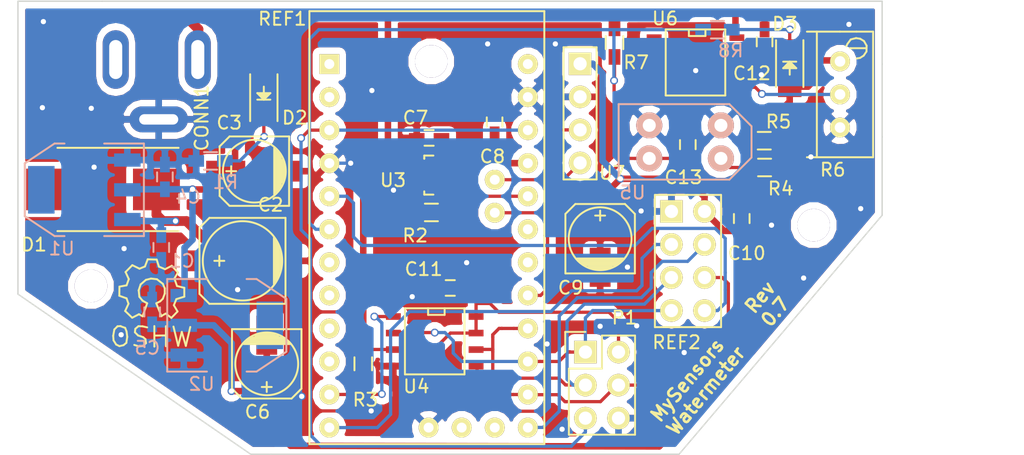
<source format=kicad_pcb>
(kicad_pcb (version 4) (host pcbnew 4.0.0-rc1-stable)
  (layers (0 F.Cu signal) (31 B.Cu signal) (34 B.Paste user) (35 F.Paste user) (36 B.SilkS user) (37 F.SilkS user) (38 B.Mask user) (39 F.Mask user) (44 Edge.Cuts user))
  (net 0 "")
  (net 1 GND)
  (net 2 "Net-(CONN1-Pad2)")
  (net 3 RESET)
  (net 4 MISO)
  (net 5 SCK)
  (net 6 MOSI)
  (net 7 SEC-SDA)
  (net 8 D3)
  (net 9 FLASH-CSN)
  (net 10 RAD_CSN)
  (net 11 RAD_IRQ)
  (net 12 RAD_CE)
  (net 13 "Net-(C1-Pad1)")
  (net 14 A0)
  (net 15 "Net-(D2-Pad1)")
  (net 16 "Net-(D3-Pad1)")
  (net 17 "Net-(R4-Pad2)")
  (net 18 "Net-(R6-Pad2)")
  (net 19 +3.3V)
  (net 20 VCC)
  (net 21 TMP_SCL)
  (net 22 TMP_SDA)
  (module Mounting_Holes:MountingHole_2-5mm (layer F.Cu) (at 84.5439 58.1025)
    (fp_text reference REF** hide)
    (fp_text value MountingHole_2-5mm hide)
    (pad 1 thru_hole circle (at 0 0) (size 2.5 2.5) (drill 2.5) (layers))
  )
  (module Mounting_Holes:MountingHole_2-5mm (layer F.Cu) (at 29.0576 62.7761)
    (fp_text reference REF** hide)
    (fp_text value MountingHole_2-5mm hide)
    (pad 1 thru_hole circle (at 0 0) (size 2.5 2.5) (drill 2.5) (layers))
  )
  (module Capacitors_SMD:C_0603_HandSoldering (layer B.Cu) (at 34.4551 59.817 270)
    (fp_text reference C1 (at 1.03632 -1.5875 540) (layer B.SilkS) (effects (justify mirror)))
    (fp_text value 100nF)
    (pad 1 smd rect (at -0.95 0 270) (size 1.2 0.75) (layers B.Cu B.Paste B.Mask) (net 13 "Net-(C1-Pad1)"))
    (pad 2 smd rect (at 0.95 0 270) (size 1.2 0.75) (layers B.Cu B.Paste B.Mask) (net 1 GND))
  )
  (module Capacitors_SMD:C_0603_HandSoldering (layer B.Cu) (at 34.7345 54.3941 90)
    (fp_text reference C4 (at -1.54178 1.78308 180) (layer B.SilkS) (effects (justify mirror)))
    (fp_text value 100nF)
    (pad 1 smd rect (at -0.95 0 90) (size 1.2 0.75) (layers B.Cu B.Paste B.Mask) (net 20 VCC))
    (pad 2 smd rect (at 0.95 0 90) (size 1.2 0.75) (layers B.Cu B.Paste B.Mask) (net 1 GND))
  )
  (module Capacitors_SMD:C_0603_HandSoldering (layer B.Cu) (at 33.7566 64.77 90)
    (fp_text reference C5 (at -2.7686 -0.3683 360) (layer B.SilkS) (effects (justify mirror)))
    (fp_text value 100nF)
    (pad 1 smd rect (at -0.95 0 90) (size 1.2 0.75) (layers B.Cu B.Paste B.Mask) (net 19 +3.3V))
    (pad 2 smd rect (at 0.95 0 90) (size 1.2 0.75) (layers B.Cu B.Paste B.Mask) (net 1 GND))
  )
  (module Capacitors_SMD:C_0603_HandSoldering (layer F.Cu) (at 55.0164 51.3969 180)
    (fp_text reference C7 (at 1.0414 1.5494 180) (layer F.SilkS))
    (fp_text value 100nF)
    (pad 1 smd rect (at -0.95 0 180) (size 1.2 0.75) (layers F.Cu F.Paste F.Mask) (net 20 VCC))
    (pad 2 smd rect (at 0.95 0 180) (size 1.2 0.75) (layers F.Cu F.Paste F.Mask) (net 1 GND))
  )
  (module Capacitors_SMD:C_0603_HandSoldering (layer F.Cu) (at 60.0456 50.17008 90)
    (fp_text reference C8 (at -2.6543 -0.1651 180) (layer F.SilkS))
    (fp_text value 100nF)
    (pad 1 smd rect (at -0.95 0 90) (size 1.2 0.75) (layers F.Cu F.Paste F.Mask) (net 20 VCC))
    (pad 2 smd rect (at 0.95 0 90) (size 1.2 0.75) (layers F.Cu F.Paste F.Mask) (net 1 GND))
  )
  (module Capacitors_SMD:C_0603_HandSoldering (layer F.Cu) (at 79.0194 57.5945 90)
    (fp_text reference C10 (at -2.667 0.381 180) (layer F.SilkS))
    (fp_text value 100nF)
    (pad 1 smd rect (at -0.95 0 90) (size 1.2 0.75) (layers F.Cu F.Paste F.Mask) (net 19 +3.3V))
    (pad 2 smd rect (at 0.95 0 90) (size 1.2 0.75) (layers F.Cu F.Paste F.Mask) (net 1 GND))
  )
  (module Capacitors_SMD:C_0603_HandSoldering (layer F.Cu) (at 56.642 62.9285 180)
    (fp_text reference C11 (at 2.0447 1.4478 180) (layer F.SilkS))
    (fp_text value 100nF)
    (pad 1 smd rect (at -0.95 0 180) (size 1.2 0.75) (layers F.Cu F.Paste F.Mask) (net 20 VCC))
    (pad 2 smd rect (at 0.95 0 180) (size 1.2 0.75) (layers F.Cu F.Paste F.Mask) (net 1 GND))
  )
  (module Capacitors_SMD:C_0603_HandSoldering (layer F.Cu) (at 80.772 44.01312 270)
    (fp_text reference C12 (at 2.42316 0.97536 360) (layer F.SilkS))
    (fp_text value 100nF)
    (pad 1 smd rect (at -0.95 0 270) (size 1.2 0.75) (layers F.Cu F.Paste F.Mask) (net 20 VCC))
    (pad 2 smd rect (at 0.95 0 270) (size 1.2 0.75) (layers F.Cu F.Paste F.Mask) (net 1 GND))
  )
  (module Capacitors_SMD:C_0603_HandSoldering (layer F.Cu) (at 74.8792 51.91252 90)
    (fp_text reference C13 (at -2.5146 -0.33528 180) (layer F.SilkS))
    (fp_text value 100nF)
    (pad 1 smd rect (at -0.95 0 90) (size 1.2 0.75) (layers F.Cu F.Paste F.Mask) (net 14 A0))
    (pad 2 smd rect (at 0.95 0 90) (size 1.2 0.75) (layers F.Cu F.Paste F.Mask) (net 1 GND))
  )
  (module Diodes_SMD:DO-214AB_Handsoldering (layer F.Cu) (at 29.9847 55.3593 180)
    (fp_text reference D1 (at 5.2959 -4.2418 180) (layer F.SilkS))
    (fp_text value "1N4007 M7")
    (pad 2 smd rect (at 4.1 0 180) (size 3.6 3.2) (layers F.Cu F.Paste F.Mask) (net 2 "Net-(CONN1-Pad2)"))
    (pad 1 smd rect (at -4.1 0 180) (size 3.6 3.2) (layers F.Cu F.Paste F.Mask) (net 13 "Net-(C1-Pad1)"))
  )
  (module Pin_Headers:Pin_Header_Straight_2x03 (layer F.Cu) (at 67.0179 67.8561)
    (fp_text reference P1 (at 2.9972 -2.6416) (layer F.SilkS))
    (fp_text value CONN_02X03)
    (pad 1 thru_hole rect (at 0 0) (size 1.7272 1.7272) (drill 1.016) (layers *.Cu *.Mask F.SilkS) (net 4 MISO))
    (pad 2 thru_hole oval (at 2.54 0) (size 1.7272 1.7272) (drill 1.016) (layers *.Cu *.Mask F.SilkS) (net 20 VCC))
    (pad 3 thru_hole oval (at 0 2.54) (size 1.7272 1.7272) (drill 1.016) (layers *.Cu *.Mask F.SilkS) (net 5 SCK))
    (pad 4 thru_hole oval (at 2.54 2.54) (size 1.7272 1.7272) (drill 1.016) (layers *.Cu *.Mask F.SilkS) (net 6 MOSI))
    (pad 5 thru_hole oval (at 0 5.08) (size 1.7272 1.7272) (drill 1.016) (layers *.Cu *.Mask F.SilkS) (net 3 RESET))
    (pad 6 thru_hole oval (at 2.54 5.08) (size 1.7272 1.7272) (drill 1.016) (layers *.Cu *.Mask F.SilkS) (net 1 GND))
  )
  (module Resistors_SMD:R_0603_HandSoldering (layer B.Cu) (at 38.2397 53.1622 180)
    (fp_text reference R1 (at -1.143 -1.6383 180) (layer B.SilkS) (effects (justify mirror)))
    (fp_text value 470)
    (pad 1 smd rect (at -1.1 0 180) (size 1.2 0.9) (layers B.Cu B.Paste B.Mask) (net 15 "Net-(D2-Pad1)"))
    (pad 2 smd rect (at 1.1 0 180) (size 1.2 0.9) (layers B.Cu B.Paste B.Mask) (net 1 GND))
  )
  (module Resistors_SMD:R_0603_HandSoldering (layer F.Cu) (at 55.1942 57.1246)
    (fp_text reference R2 (at -1.2446 1.778) (layer F.SilkS))
    (fp_text value 56K)
    (pad 1 smd rect (at -1.1 0) (size 1.2 0.9) (layers F.Cu F.Paste F.Mask) (net 20 VCC))
    (pad 2 smd rect (at 1.1 0) (size 1.2 0.9) (layers F.Cu F.Paste F.Mask) (net 7 SEC-SDA))
  )
  (module Resistors_SMD:R_0603_HandSoldering (layer F.Cu) (at 49.9618 68.7578 270)
    (fp_text reference R3 (at 2.7686 -0.1651 360) (layer F.SilkS))
    (fp_text value 56K)
    (pad 1 smd rect (at -1.1 0 270) (size 1.2 0.9) (layers F.Cu F.Paste F.Mask) (net 20 VCC))
    (pad 2 smd rect (at 1.1 0 270) (size 1.2 0.9) (layers F.Cu F.Paste F.Mask) (net 9 FLASH-CSN))
  )
  (module Resistors_SMD:R_0603_HandSoldering (layer F.Cu) (at 80.772 53.6702 180)
    (fp_text reference R4 (at -1.2319 -1.6256 360) (layer F.SilkS))
    (fp_text value 1K)
    (pad 1 smd rect (at -1.1 0 180) (size 1.2 0.9) (layers F.Cu F.Paste F.Mask) (net 20 VCC))
    (pad 2 smd rect (at 1.1 0 180) (size 1.2 0.9) (layers F.Cu F.Paste F.Mask) (net 17 "Net-(R4-Pad2)"))
  )
  (module Resistors_SMD:R_0603_HandSoldering (layer F.Cu) (at 80.7466 51.6128 180)
    (fp_text reference R5 (at -1.0922 1.4605 360) (layer F.SilkS))
    (fp_text value 10K)
    (pad 1 smd rect (at -1.1 0 180) (size 1.2 0.9) (layers F.Cu F.Paste F.Mask) (net 20 VCC))
    (pad 2 smd rect (at 1.1 0 180) (size 1.2 0.9) (layers F.Cu F.Paste F.Mask) (net 14 A0))
  )
  (module Resistors_SMD:R_0603_HandSoldering (layer F.Cu) (at 69.25056 44.07408 270)
    (fp_text reference R7 (at 1.524 -1.66116 540) (layer F.SilkS))
    (fp_text value 10K)
    (pad 1 smd rect (at -1.1 0 270) (size 1.2 0.9) (layers F.Cu F.Paste F.Mask) (net 20 VCC))
    (pad 2 smd rect (at 1.1 0 270) (size 1.2 0.9) (layers F.Cu F.Paste F.Mask) (net 8 D3))
  )
  (module Resistors_SMD:R_0603_HandSoldering (layer B.Cu) (at 77.1525 43.0784 180)
    (fp_text reference R8 (at -1.01854 -1.60528 180) (layer B.SilkS) (effects (justify mirror)))
    (fp_text value 1K)
    (pad 1 smd rect (at -1.1 0 180) (size 1.2 0.9) (layers B.Cu B.Paste B.Mask) (net 16 "Net-(D3-Pad1)"))
    (pad 2 smd rect (at 1.1 0 180) (size 1.2 0.9) (layers B.Cu B.Paste B.Mask) (net 8 D3))
  )
  (module MySensors:NRF24L01_STD (layer F.Cu) (at 76.1619 57.0484 270)
    (fp_text reference REF2 (at 10.0584 2.1463 360) (layer F.SilkS))
    (fp_text value NRF24L01)
    (pad 2 thru_hole circle (at 0 0 270) (size 1.7272 1.7272) (drill 1.016) (layers *.Cu *.Mask F.SilkS) (net 19 +3.3V))
    (pad 1 thru_hole rect (at 0 2.54 270) (size 1.7272 1.7272) (drill 1.016) (layers *.Cu *.Mask F.SilkS) (net 1 GND))
    (pad 4 thru_hole oval (at 2.54 0 270) (size 1.7272 1.7272) (drill 1.016) (layers *.Cu *.Mask F.SilkS) (net 10 RAD_CSN))
    (pad 3 thru_hole oval (at 2.54 2.54 270) (size 1.7272 1.7272) (drill 1.016) (layers *.Cu *.Mask F.SilkS) (net 12 RAD_CE))
    (pad 6 thru_hole oval (at 5.08 0 270) (size 1.7272 1.7272) (drill 1.016) (layers *.Cu *.Mask F.SilkS) (net 6 MOSI))
    (pad 5 thru_hole oval (at 5.08 2.54 270) (size 1.7272 1.7272) (drill 1.016) (layers *.Cu *.Mask F.SilkS) (net 5 SCK))
    (pad 8 thru_hole oval (at 7.62 0 270) (size 1.7272 1.7272) (drill 1.016) (layers *.Cu *.Mask F.SilkS) (net 11 RAD_IRQ))
    (pad 7 thru_hole oval (at 7.62 2.54 270) (size 1.7272 1.7272) (drill 1.016) (layers *.Cu *.Mask F.SilkS) (net 4 MISO))
  )
  (module TO_SOT_Packages_SMD:SOT-223 (layer B.Cu) (at 28.5496 55.3847 270)
    (fp_text reference U1 (at 4.5212 1.7399 540) (layer B.SilkS) (effects (justify mirror)))
    (fp_text value AP1117D50)
    (pad 4 smd rect (at 0 3.302 270) (size 3.6576 2.032) (layers B.Cu B.Paste B.Mask))
    (pad 2 smd rect (at 0 -3.302 270) (size 1.016 2.032) (layers B.Cu B.Paste B.Mask) (net 20 VCC))
    (pad 3 smd rect (at 2.286 -3.302 270) (size 1.016 2.032) (layers B.Cu B.Paste B.Mask) (net 13 "Net-(C1-Pad1)"))
    (pad 1 smd rect (at -2.286 -3.302 270) (size 1.016 2.032) (layers B.Cu B.Paste B.Mask) (net 1 GND))
  )
  (module TO_SOT_Packages_SMD:SOT-223 (layer B.Cu) (at 39.4843 65.7987 90)
    (fp_text reference U2 (at -4.5085 -1.9304 180) (layer B.SilkS) (effects (justify mirror)))
    (fp_text value AP1117D33)
    (pad 4 smd rect (at 0 3.302 90) (size 3.6576 2.032) (layers B.Cu B.Paste B.Mask))
    (pad 2 smd rect (at 0 -3.302 90) (size 1.016 2.032) (layers B.Cu B.Paste B.Mask) (net 19 +3.3V))
    (pad 3 smd rect (at 2.286 -3.302 90) (size 1.016 2.032) (layers B.Cu B.Paste B.Mask) (net 20 VCC))
    (pad 1 smd rect (at -2.286 -3.302 90) (size 1.016 2.032) (layers B.Cu B.Paste B.Mask) (net 1 GND))
  )
  (module TO_SOT_Packages_SMD:SOT-23 (layer F.Cu) (at 55.2958 54.2544 90)
    (fp_text reference U3 (at -0.3937 -3.048 180) (layer F.SilkS))
    (fp_text value ATSHA240A)
    (pad 1 smd rect (at -0.95 1.00076 90) (size 0.8001 0.8001) (layers F.Cu F.Paste F.Mask) (net 7 SEC-SDA))
    (pad 2 smd rect (at 0.95 1.00076 90) (size 0.8001 0.8001) (layers F.Cu F.Paste F.Mask) (net 20 VCC))
    (pad 3 smd rect (at 0 -0.99822 90) (size 0.8001 0.8001) (layers F.Cu F.Paste F.Mask) (net 1 GND))
  )
  (module SMD_Packages:SOIC-8-N (layer F.Cu) (at 55.4482 67.0306 270)
    (fp_text reference U4 (at 3.4671 1.4097 360) (layer F.SilkS))
    (fp_text value AT25DF512C)
    (pad 8 smd rect (at -1.905 -3.175 270) (size 0.508 1.143) (layers F.Cu F.Paste F.Mask) (net 20 VCC))
    (pad 7 smd rect (at -0.635 -3.175 270) (size 0.508 1.143) (layers F.Cu F.Paste F.Mask) (net 20 VCC))
    (pad 6 smd rect (at 0.635 -3.175 270) (size 0.508 1.143) (layers F.Cu F.Paste F.Mask) (net 5 SCK))
    (pad 5 smd rect (at 1.905 -3.175 270) (size 0.508 1.143) (layers F.Cu F.Paste F.Mask) (net 6 MOSI))
    (pad 4 smd rect (at 1.905 3.175 270) (size 0.508 1.143) (layers F.Cu F.Paste F.Mask) (net 1 GND))
    (pad 3 smd rect (at 0.635 3.175 270) (size 0.508 1.143) (layers F.Cu F.Paste F.Mask) (net 20 VCC))
    (pad 2 smd rect (at -0.635 3.175 270) (size 0.508 1.143) (layers F.Cu F.Paste F.Mask) (net 4 MISO))
    (pad 1 smd rect (at -1.905 3.175 270) (size 0.508 1.143) (layers F.Cu F.Paste F.Mask) (net 9 FLASH-CSN))
  )
  (module SMD_Packages:SOIC-8-N (layer F.Cu) (at 75.46848 45.59808 270)
    (fp_text reference U6 (at -3.3782 2.3368 360) (layer F.SilkS))
    (fp_text value LM393)
    (pad 8 smd rect (at -1.905 -3.175 270) (size 0.508 1.143) (layers F.Cu F.Paste F.Mask) (net 20 VCC))
    (pad 7 smd rect (at -0.635 -3.175 270) (size 0.508 1.143) (layers F.Cu F.Paste F.Mask) (net 8 D3))
    (pad 6 smd rect (at 0.635 -3.175 270) (size 0.508 1.143) (layers F.Cu F.Paste F.Mask) (net 14 A0))
    (pad 5 smd rect (at 1.905 -3.175 270) (size 0.508 1.143) (layers F.Cu F.Paste F.Mask) (net 18 "Net-(R6-Pad2)"))
    (pad 4 smd rect (at 1.905 3.175 270) (size 0.508 1.143) (layers F.Cu F.Paste F.Mask) (net 1 GND))
    (pad 3 smd rect (at 0.635 3.175 270) (size 0.508 1.143) (layers F.Cu F.Paste F.Mask) (net 1 GND))
    (pad 2 smd rect (at -0.635 3.175 270) (size 0.508 1.143) (layers F.Cu F.Paste F.Mask) (net 1 GND))
    (pad 1 smd rect (at -1.905 3.175 270) (size 0.508 1.143) (layers F.Cu F.Paste F.Mask))
  )
  (module Potentiometers:Potentiometer_Bourns_3296W_3-8Zoll_Inline_ScrewUp (layer F.Cu) (at 86.5632 45.5168 180)
    (fp_text reference R6 (at 0.5588 -8.3312 180) (layer F.SilkS))
    (fp_text value 10K)
    (pad 2 thru_hole circle (at 0 -2.54 180) (size 1.524 1.524) (drill 0.8128) (layers *.Cu *.Mask F.SilkS) (net 18 "Net-(R6-Pad2)"))
    (pad 3 thru_hole circle (at 0 -5.08 180) (size 1.524 1.524) (drill 0.8128) (layers *.Cu *.Mask F.SilkS) (net 1 GND))
    (pad 1 thru_hole circle (at 0 0 180) (size 1.524 1.524) (drill 0.8128) (layers *.Cu *.Mask F.SilkS) (net 20 VCC))
  )
  (module Mounting_Holes:MountingHole_2-5mm (layer F.Cu) (at 55.1815 45.5168)
    (fp_text reference REF** hide)
    (fp_text value MountingHole_2-5mm hide)
    (pad 1 thru_hole circle (at 0 0) (size 2.5 2.5) (drill 2.5) (layers))
  )
  (module Capacitors_SMD:c_elec_5x5.3 (layer F.Cu) (at 42.55262 68.76034 270)
    (fp_text reference C6 (at 3.6957 0.7112 360) (layer F.SilkS))
    (fp_text value 10uF)
    (pad 1 smd rect (at 2.19964 0 270) (size 2.99974 1.6002) (layers F.Cu F.Paste F.Mask) (net 19 +3.3V))
    (pad 2 smd rect (at -2.19964 0 270) (size 2.99974 1.6002) (layers F.Cu F.Paste F.Mask) (net 1 GND))
  )
  (module Capacitors_SMD:c_elec_5x5.3 (layer F.Cu) (at 41.60266 53.95214 180)
    (fp_text reference C3 (at 1.9304 3.7211 180) (layer F.SilkS))
    (fp_text value 10uF)
    (pad 1 smd rect (at 2.19964 0 180) (size 2.99974 1.6002) (layers F.Cu F.Paste F.Mask) (net 20 VCC))
    (pad 2 smd rect (at -2.19964 0 180) (size 2.99974 1.6002) (layers F.Cu F.Paste F.Mask) (net 1 GND))
  )
  (module Capacitors_SMD:c_elec_5x5.3 (layer F.Cu) (at 68.1482 59.1439 90)
    (fp_text reference C9 (at -3.7719 -2.2606 180) (layer F.SilkS))
    (fp_text value 4u7)
    (pad 1 smd rect (at 2.19964 0 90) (size 2.99974 1.6002) (layers F.Cu F.Paste F.Mask) (net 19 +3.3V))
    (pad 2 smd rect (at -2.19964 0 90) (size 2.99974 1.6002) (layers F.Cu F.Paste F.Mask) (net 1 GND))
  )
  (module Capacitors_SMD:c_elec_6.3x5.3 (layer F.Cu) (at 40.6908 60.8457 180)
    (fp_text reference C2 (at -2.159 4.3053 180) (layer F.SilkS))
    (fp_text value 47uF)
    (pad 1 smd rect (at 2.75082 0 180) (size 3.59918 1.6002) (layers F.Cu F.Paste F.Mask) (net 13 "Net-(C1-Pad1)"))
    (pad 2 smd rect (at -2.75082 0 180) (size 3.59918 1.6002) (layers F.Cu F.Paste F.Mask) (net 1 GND))
  )
  (module LEDs:LED_1206 (layer F.Cu) (at 42.3291 47.9552 90)
    (fp_text reference D2 (at -1.8923 2.3749 180) (layer F.SilkS))
    (fp_text value PWR)
    (pad 2 smd rect (at 1.41986 0 270) (size 1.59766 1.80086) (layers F.Cu F.Paste F.Mask) (net 20 VCC))
    (pad 1 smd rect (at -1.41986 0 270) (size 1.59766 1.80086) (layers F.Cu F.Paste F.Mask) (net 15 "Net-(D2-Pad1)"))
  )
  (module LEDs:LED_1206 (layer F.Cu) (at 82.7024 46.0375 270)
    (fp_text reference D3 (at -3.4036 0.3683 360) (layer F.SilkS))
    (fp_text value PULSE)
    (pad 2 smd rect (at 1.41986 0 90) (size 1.59766 1.80086) (layers F.Cu F.Paste F.Mask) (net 20 VCC))
    (pad 1 smd rect (at -1.41986 0 90) (size 1.59766 1.80086) (layers F.Cu F.Paste F.Mask) (net 16 "Net-(D3-Pad1)"))
  )
  (module Symbols:Symbol_OSHW-Logo_SilkScreen (layer F.Cu) (at 33.72358 63.2079)
    (fp_text reference REF** hide)
    (fp_text value Symbol_OSHW-Logo_SilkScreen)
  )
  (module MySensors:Arduino_Pro_Mini_non_FTDI (layer F.Cu) (at 47.3583 73.66)
    (fp_text reference REF1 (at -3.60934 -31.41472) (layer F.SilkS))
    (fp_text value "Arduino_Mini_Pro 5V")
    (pad 13 thru_hole circle (at 15.24 0) (size 1.524 1.524) (drill 0.762) (layers *.Cu *.Mask F.SilkS) (net 10 RAD_CSN))
    (pad 14 thru_hole circle (at 15.24 -2.54) (size 1.524 1.524) (drill 0.762) (layers *.Cu *.Mask F.SilkS) (net 6 MOSI))
    (pad 15 thru_hole circle (at 15.24 -5.08) (size 1.524 1.524) (drill 0.762) (layers *.Cu *.Mask F.SilkS) (net 4 MISO))
    (pad 16 thru_hole circle (at 15.24 -7.62) (size 1.524 1.524) (drill 0.762) (layers *.Cu *.Mask F.SilkS) (net 5 SCK))
    (pad 17 thru_hole circle (at 15.24 -10.16) (size 1.524 1.524) (drill 0.762) (layers *.Cu *.Mask F.SilkS) (net 14 A0))
    (pad 18 thru_hole circle (at 15.24 -12.7) (size 1.524 1.524) (drill 0.762) (layers *.Cu *.Mask F.SilkS))
    (pad 19 thru_hole circle (at 15.24 -15.24) (size 1.524 1.524) (drill 0.762) (layers *.Cu *.Mask F.SilkS))
    (pad 20 thru_hole circle (at 15.24 -17.78) (size 1.524 1.524) (drill 0.762) (layers *.Cu *.Mask F.SilkS) (net 7 SEC-SDA))
    (pad 21 thru_hole circle (at 15.24 -20.32) (size 1.524 1.524) (drill 0.762) (layers *.Cu *.Mask F.SilkS) (net 20 VCC))
    (pad 22 thru_hole circle (at 15.24 -22.86) (size 1.524 1.524) (drill 0.762) (layers *.Cu *.Mask F.SilkS) (net 3 RESET))
    (pad 23 thru_hole circle (at 15.24 -25.4) (size 1.524 1.524) (drill 0.762) (layers *.Cu *.Mask F.SilkS) (net 1 GND))
    (pad 24 thru_hole circle (at 15.24 -27.94) (size 1.524 1.524) (drill 0.762) (layers *.Cu *.Mask F.SilkS))
    (pad 34 thru_hole circle (at 12.7 0) (size 1.524 1.524) (drill 0.762) (layers *.Cu *.Mask F.SilkS))
    (pad 33 thru_hole circle (at 10.16 0) (size 1.524 1.524) (drill 0.762) (layers *.Cu *.Mask F.SilkS))
    (pad 35 thru_hole circle (at 7.62 0) (size 1.524 1.524) (drill 0.762) (layers *.Cu *.Mask F.SilkS) (net 1 GND))
    (pad 1 thru_hole rect (at 0 -27.94) (size 1.524 1.524) (drill 0.762) (layers *.Cu *.Mask F.SilkS))
    (pad 2 thru_hole circle (at 0 -25.4) (size 1.524 1.524) (drill 0.762) (layers *.Cu *.Mask F.SilkS))
    (pad 3 thru_hole circle (at 0 -22.86) (size 1.524 1.524) (drill 0.762) (layers *.Cu *.Mask F.SilkS) (net 3 RESET))
    (pad 4 thru_hole circle (at 0 -20.32) (size 1.524 1.524) (drill 0.762) (layers *.Cu *.Mask F.SilkS) (net 1 GND))
    (pad 5 thru_hole circle (at 0 -17.78) (size 1.524 1.524) (drill 0.762) (layers *.Cu *.Mask F.SilkS) (net 11 RAD_IRQ))
    (pad 6 thru_hole circle (at 0 -15.24) (size 1.524 1.524) (drill 0.762) (layers *.Cu *.Mask F.SilkS) (net 8 D3))
    (pad 7 thru_hole circle (at 0 -12.7) (size 1.524 1.524) (drill 0.762) (layers *.Cu *.Mask F.SilkS))
    (pad 8 thru_hole circle (at 0 -10.16) (size 1.524 1.524) (drill 0.762) (layers *.Cu *.Mask F.SilkS))
    (pad 9 thru_hole circle (at 0 -7.62) (size 1.524 1.524) (drill 0.762) (layers *.Cu *.Mask F.SilkS))
    (pad 10 thru_hole circle (at 0 -5.08) (size 1.524 1.524) (drill 0.762) (layers *.Cu *.Mask F.SilkS))
    (pad 11 thru_hole circle (at 0 -2.54) (size 1.524 1.524) (drill 0.762) (layers *.Cu *.Mask F.SilkS) (net 9 FLASH-CSN))
    (pad 12 thru_hole circle (at 0 0) (size 1.524 1.524) (drill 0.762) (layers *.Cu *.Mask F.SilkS) (net 12 RAD_CE))
    (pad 32 thru_hole circle (at 12.7 -19.05) (size 1.524 1.524) (drill 0.762) (layers *.Cu *.Mask F.SilkS) (net 21 TMP_SCL))
    (pad 31 thru_hole circle (at 12.7 -16.51) (size 1.524 1.524) (drill 0.762) (layers *.Cu *.Mask F.SilkS) (net 22 TMP_SDA))
  )
  (module MySensors:TCRT5000 (layer B.Cu) (at 71.9201 50.4317)
    (fp_text reference U5 (at -1.28778 5.1689) (layer B.SilkS) (effects (justify mirror)))
    (fp_text value TCRT5000)
    (pad 1 thru_hole circle (at 5.5 2.54) (size 2 2) (drill 1) (layers *.Cu *.Mask B.SilkS) (net 17 "Net-(R4-Pad2)"))
    (pad 2 thru_hole circle (at 5.5 0) (size 2 2) (drill 1) (layers *.Cu *.Mask B.SilkS) (net 1 GND))
    (pad 3 thru_hole circle (at 0 2.54) (size 2 2) (drill 1) (layers *.Cu *.Mask B.SilkS) (net 14 A0))
    (pad 4 thru_hole circle (at 0 0) (size 2 2) (drill 1) (layers *.Cu *.Mask B.SilkS) (net 1 GND))
  )
  (module MySensors:Socket_Jack_5.5-2.1MM (layer F.Cu) (at 37.0586 49.8729 90)
    (fp_text reference CONN1 (at 0 0.5 90) (layer F.SilkS))
    (fp_text value CONN_01X02)
    (pad 2 thru_hole oval (at 4.5 0.2 90) (size 4.5 2) (drill oval 3 1) (layers *.Cu *.Mask) (net 2 "Net-(CONN1-Pad2)"))
    (pad 3 thru_hole oval (at 4.5 -6.1 90) (size 4.5 2) (drill oval 3 1) (layers *.Cu *.Mask))
    (pad 1 thru_hole oval (at -0.1 -2.8 90) (size 2 4.5) (drill oval 0.8 3) (layers *.Cu *.Mask) (net 1 GND))
  )
  (module MySensors:SI7021 (layer F.Cu) (at 66.60896 45.69968 270)
    (fp_text reference U7 (at 8.39216 -2.45872 360) (layer F.SilkS))
    (fp_text value SI7021)
    (pad 1 thru_hole rect (at 0 0 270) (size 1.7272 1.7272) (drill 1.016) (layers *.Cu *.Mask F.SilkS) (net 19 +3.3V))
    (pad 2 thru_hole oval (at 2.54 0 270) (size 1.7272 1.7272) (drill 1.016) (layers *.Cu *.Mask F.SilkS) (net 1 GND))
    (pad 3 thru_hole oval (at 5.08 0 270) (size 1.7272 1.7272) (drill 1.016) (layers *.Cu *.Mask F.SilkS) (net 21 TMP_SCL))
    (pad 4 thru_hole oval (at 7.62 0 270) (size 1.7272 1.7272) (drill 1.016) (layers *.Cu *.Mask F.SilkS) (net 22 TMP_SDA))
  )
  (gr_text "Rev\n0.7" (at 80.1243 65.2653 50) (layer F.SilkS) (effects (font (size 1 1) (thickness 0.2)) (justify left)))
  (gr_text "MySensors\nWatermeter" (at 72.8853 73.6092 50) (layer F.SilkS) (effects (font (size 1 1) (thickness 0.2)) (justify left)))
  (gr_line (start 23.4531 40.8921) (end 23.4531 63.4035) (layer Edge.Cuts) (width 0.1))
  (gr_line (start 89.7969 45.6946) (end 89.7969 51.3334) (angle 90) (layer Edge.Cuts) (width 0.1))
  (gr_line (start 89.7969 40.8921) (end 65.6971 40.8921) (angle 90) (layer Edge.Cuts) (width 0.1))
  (gr_line (start 42.9006 75.7066) (end 41.33 75.7066) (angle 90) (layer Edge.Cuts) (width 0.1))
  (gr_line (start 29.9085 40.8921) (end 23.4696 40.8921) (angle 90) (layer Edge.Cuts) (width 0.1))
  (gr_line (start 23.4531 63.4035) (end 41.3 75.692) (layer Edge.Cuts) (width 0.1))
  (gr_line (start 65.646 40.8921) (end 29.8913 40.8921) (layer Edge.Cuts) (width 0.1))
  (gr_line (start 89.7969 45.7421) (end 89.7969 40.8921) (layer Edge.Cuts) (width 0.1))
  (gr_line (start 89.7969 57.3425) (end 89.7969 51.2983) (layer Edge.Cuts) (width 0.1))
  (gr_line (start 74.2087 75.7066) (end 89.7969 57.3425) (layer Edge.Cuts) (width 0.1))
  (gr_line (start 42.8559 75.7066) (end 74.2087 75.7066) (layer Edge.Cuts) (width 0.1))
  (segment (start 29.083 49.1236) (end 25.41016 49.1236) (width 0.25) (layer B.Cu) (net 1))
  (segment (start 31.8389 53.2638) (end 29.6799 53.2638) (width 0.25) (layer B.Cu) (net 1))
  (segment (start 29.083 49.1236) (end 29.083 53.4289) (width 0.25) (layer F.Cu) (net 1))
  (segment (start 29.2989 53.6448) (end 29.083 53.4289) (width 0.25) (layer F.Cu) (net 1))
  (via (at 29.2989 53.6448) (size 0.6) (drill 0.4) (layers F.Cu B.Cu) (net 1))
  (segment (start 29.6799 53.2638) (end 29.2989 53.6448) (width 0.25) (layer B.Cu) (net 1))
  (via (at 29.083 49.1236) (size 0.6) (drill 0.4) (layers F.Cu B.Cu) (net 1))
  (via (at 25.40508 42.45864) (size 0.6) (drill 0.4) (layers F.Cu B.Cu) (net 1))
  (segment (start 25.38984 49.01184) (end 25.40508 42.45864) (width 0.25) (layer F.Cu) (net 1))
  (segment (start 25.32888 49.0728) (end 25.38984 49.01184) (width 0.25) (layer F.Cu) (net 1))
  (via (at 25.32888 49.0728) (size 0.6) (drill 0.4) (layers F.Cu B.Cu) (net 1))
  (segment (start 25.35936 49.0728) (end 25.32888 49.0728) (width 0.25) (layer B.Cu) (net 1))
  (segment (start 25.41016 49.1236) (end 25.35936 49.0728) (width 0.25) (layer B.Cu) (net 1))
  (segment (start 48.9966 53.34) (end 50.21072 53.34) (width 0.25) (layer B.Cu) (net 1))
  (segment (start 52.30368 55.43296) (end 52.30368 55.49392) (width 0.25) (layer F.Cu) (net 1))
  (segment (start 52.28336 55.41264) (end 52.30368 55.43296) (width 0.25) (layer F.Cu) (net 1))
  (via (at 52.28336 55.41264) (size 0.6) (drill 0.4) (layers F.Cu B.Cu) (net 1))
  (segment (start 50.21072 53.34) (end 52.28336 55.41264) (width 0.25) (layer B.Cu) (net 1))
  (segment (start 73.6219 57.0484) (end 71.32828 57.0484) (width 0.25) (layer B.Cu) (net 1))
  (via (at 71.29272 57.01284) (size 0.6) (drill 0.4) (layers F.Cu B.Cu) (net 1))
  (segment (start 71.32828 57.0484) (end 71.29272 57.01284) (width 0.25) (layer B.Cu) (net 1))
  (segment (start 44.62272 43.40352) (end 50.51552 43.40352) (width 0.25) (layer F.Cu) (net 1))
  (segment (start 50.51552 43.40352) (end 50.53584 43.3832) (width 0.25) (layer F.Cu) (net 1))
  (segment (start 57.6072 48.60544) (end 51.47564 48.60544) (width 0.25) (layer B.Cu) (net 1))
  (segment (start 64.68872 44.19346) (end 64.70904 44.17314) (width 0.25) (layer B.Cu) (net 1))
  (via (at 64.70904 44.17314) (size 0.6) (drill 0.4) (layers F.Cu B.Cu) (net 1))
  (segment (start 59.5122 44.17314) (end 59.51728 46.69536) (width 0.25) (layer B.Cu) (net 1))
  (segment (start 57.6072 48.60544) (end 59.51728 46.69536) (width 0.25) (layer B.Cu) (net 1))
  (via (at 50.62474 47.75454) (size 0.6) (drill 0.4) (layers F.Cu B.Cu) (net 1))
  (segment (start 50.61712 43.46448) (end 50.62474 47.75454) (width 0.25) (layer F.Cu) (net 1))
  (segment (start 50.53584 43.3832) (end 50.61712 43.46448) (width 0.25) (layer F.Cu) (net 1))
  (via (at 59.5122 44.17314) (size 0.6) (drill 0.4) (layers F.Cu B.Cu) (net 1))
  (segment (start 59.5122 44.17314) (end 64.68872 44.19346) (width 0.25) (layer B.Cu) (net 1))
  (segment (start 51.47564 48.60544) (end 50.62474 47.75454) (width 0.25) (layer B.Cu) (net 1))
  (segment (start 77.4201 50.4317) (end 77.4201 50.4943) (width 0.25) (layer F.Cu) (net 1))
  (segment (start 77.4201 50.4943) (end 76.46416 51.45024) (width 0.25) (layer F.Cu) (net 1))
  (segment (start 76.46416 51.45024) (end 75.36692 51.45024) (width 0.25) (layer F.Cu) (net 1))
  (segment (start 75.36692 51.45024) (end 74.8792 50.96252) (width 0.25) (layer F.Cu) (net 1))
  (segment (start 80.772 44.96312) (end 80.772 46.29658) (width 0.25) (layer F.Cu) (net 1))
  (via (at 80.52562 46.54296) (size 0.6) (drill 0.4) (layers F.Cu B.Cu) (net 1))
  (segment (start 80.772 46.29658) (end 80.52562 46.54296) (width 0.25) (layer F.Cu) (net 1))
  (segment (start 70.2437 61.3283) (end 70.2437 65.38468) (width 0.25) (layer F.Cu) (net 1))
  (segment (start 70.69582 65.8368) (end 70.9549 65.8368) (width 0.25) (layer F.Cu) (net 1))
  (segment (start 70.2437 65.38468) (end 70.69582 65.8368) (width 0.25) (layer F.Cu) (net 1))
  (segment (start 72.7202 46.31436) (end 75.41768 46.28896) (width 0.25) (layer F.Cu) (net 1))
  (via (at 75.48372 46.22292) (size 0.6) (drill 0.4) (layers F.Cu B.Cu) (net 1))
  (segment (start 75.41768 46.28896) (end 75.48372 46.22292) (width 0.25) (layer F.Cu) (net 1))
  (segment (start 40.31742 63.06058) (end 37.88664 63.06058) (width 0.25) (layer F.Cu) (net 1))
  (via (at 31.60014 59.90336) (size 0.6) (drill 0.4) (layers F.Cu B.Cu) (net 1))
  (segment (start 32.2707 60.57392) (end 31.60014 59.90336) (width 0.25) (layer B.Cu) (net 1))
  (segment (start 32.2707 65.63106) (end 32.2707 60.57392) (width 0.25) (layer B.Cu) (net 1))
  (segment (start 31.37662 66.52514) (end 32.2707 65.63106) (width 0.25) (layer B.Cu) (net 1))
  (via (at 31.37662 66.52514) (size 0.6) (drill 0.4) (layers F.Cu B.Cu) (net 1))
  (segment (start 34.42208 66.52514) (end 31.37662 66.52514) (width 0.25) (layer F.Cu) (net 1))
  (segment (start 37.88664 63.06058) (end 34.42208 66.52514) (width 0.25) (layer F.Cu) (net 1))
  (segment (start 43.44162 60.8457) (end 43.44162 62.92596) (width 0.25) (layer F.Cu) (net 1))
  (segment (start 40.31742 63.06058) (end 40.31742 63.08852) (width 0.25) (layer B.Cu) (net 1))
  (via (at 40.31742 63.06058) (size 0.6) (drill 0.4) (layers F.Cu B.Cu) (net 1))
  (segment (start 43.307 63.06058) (end 40.31742 63.06058) (width 0.25) (layer F.Cu) (net 1))
  (segment (start 43.44162 62.92596) (end 43.307 63.06058) (width 0.25) (layer F.Cu) (net 1))
  (segment (start 45.273875 66.55308) (end 42.56024 66.55308) (width 0.25) (layer F.Cu) (net 1))
  (segment (start 42.56024 66.55308) (end 42.55262 66.5607) (width 0.25) (layer F.Cu) (net 1))
  (segment (start 44.6151 50.7111) (end 44.6151 43.41114) (width 0.25) (layer F.Cu) (net 1))
  (segment (start 43.8023 51.5239) (end 44.6151 50.7111) (width 0.25) (layer F.Cu) (net 1))
  (segment (start 43.8023 53.95214) (end 43.8023 51.5239) (width 0.25) (layer F.Cu) (net 1))
  (segment (start 44.6151 43.41114) (end 44.62272 43.40352) (width 0.25) (layer F.Cu) (net 1))
  (segment (start 53.7083 62.9285) (end 53.7083 61.1505) (width 0.25) (layer F.Cu) (net 1))
  (via (at 57.8993 60.9854) (size 0.6) (drill 0.4) (layers F.Cu B.Cu) (net 1))
  (segment (start 53.8734 60.9854) (end 57.8993 60.9854) (width 0.25) (layer F.Cu) (net 1))
  (segment (start 53.7083 61.1505) (end 53.8734 60.9854) (width 0.25) (layer F.Cu) (net 1))
  (segment (start 53.7083 62.9285) (end 53.7083 63.5889) (width 0.25) (layer F.Cu) (net 1))
  (segment (start 55.692 62.9285) (end 53.7083 62.9285) (width 0.25) (layer F.Cu) (net 1))
  (via (at 53.721 63.6016) (size 0.6) (drill 0.4) (layers F.Cu B.Cu) (net 1))
  (segment (start 53.7083 63.5889) (end 53.721 63.6016) (width 0.25) (layer F.Cu) (net 1))
  (segment (start 45.8089 64.77) (end 48.6283 64.77) (width 0.25) (layer F.Cu) (net 1))
  (segment (start 45.273875 68.655814) (end 45.273875 66.55308) (width 0.25) (layer F.Cu) (net 1))
  (segment (start 45.273875 66.55308) (end 45.273875 65.305025) (width 0.25) (layer F.Cu) (net 1))
  (segment (start 45.273875 65.305025) (end 45.8089 64.77) (width 0.25) (layer F.Cu) (net 1))
  (segment (start 48.6283 64.77) (end 48.9839 64.4144) (width 0.25) (layer F.Cu) (net 1))
  (segment (start 45.6438 72.3773) (end 45.212 71.9455) (width 0.25) (layer F.Cu) (net 1))
  (via (at 50.5714 72.3773) (size 0.6) (drill 0.4) (layers F.Cu B.Cu) (net 1))
  (segment (start 50.546 72.4027) (end 50.5714 72.3773) (width 0.25) (layer F.Cu) (net 1))
  (segment (start 50.5714 72.3773) (end 45.6438 72.3773) (width 0.25) (layer F.Cu) (net 1))
  (segment (start 45.212 71.2851) (end 45.2374 71.2597) (width 0.25) (layer F.Cu) (net 1))
  (segment (start 45.212 71.9455) (end 45.212 71.2851) (width 0.25) (layer F.Cu) (net 1))
  (segment (start 45.2374 71.2597) (end 45.2374 71.247) (width 0.25) (layer B.Cu) (net 1))
  (segment (start 45.2374 71.2597) (end 45.2755 71.2978) (width 0.25) (layer F.Cu) (net 1))
  (via (at 45.2374 71.2597) (size 0.6) (drill 0.4) (layers F.Cu B.Cu) (net 1))
  (segment (start 48.9839 64.4144) (end 48.9966 53.34) (width 0.25) (layer F.Cu) (net 1))
  (segment (start 48.9839 53.3527) (end 48.9966 53.34) (width 0.25) (layer F.Cu) (net 1))
  (via (at 48.9966 53.34) (size 0.6) (drill 0.4) (layers F.Cu B.Cu) (net 1))
  (segment (start 47.3583 53.34) (end 48.9966 53.34) (width 0.25) (layer B.Cu) (net 1))
  (segment (start 45.2374 71.2089) (end 45.2501 71.2216) (width 0.25) (layer F.Cu) (net 1))
  (segment (start 45.273875 68.655814) (end 45.2374 71.2089) (width 0.25) (layer F.Cu) (net 1))
  (segment (start 68.1482 65.8749) (end 64.3128 65.8749) (width 0.25) (layer F.Cu) (net 1))
  (segment (start 64.3128 65.8749) (end 64.0715 66.1162) (width 0.25) (layer F.Cu) (net 1))
  (segment (start 64.0715 66.1162) (end 64.0715 67.2338) (width 0.25) (layer F.Cu) (net 1))
  (via (at 64.0715 67.2338) (size 0.6) (drill 0.4) (layers F.Cu B.Cu) (net 1))
  (segment (start 70.9549 65.8368) (end 68.1482 65.8749) (width 0.25) (layer B.Cu) (net 1))
  (via (at 70.9549 65.8368) (size 0.6) (drill 0.4) (layers F.Cu B.Cu) (net 1))
  (via (at 68.1482 65.8749) (size 0.6) (drill 0.4) (layers F.Cu B.Cu) (net 1))
  (segment (start 70.9549 65.8368) (end 70.9549 65.9638) (width 0.25) (layer F.Cu) (net 1))
  (segment (start 70.9549 65.9638) (end 72.8853 67.8942) (width 0.25) (layer F.Cu) (net 1))
  (segment (start 72.8853 67.8942) (end 74.5998 67.8942) (width 0.25) (layer F.Cu) (net 1))
  (via (at 74.5998 67.8942) (size 0.6) (drill 0.4) (layers F.Cu B.Cu) (net 1))
  (segment (start 86.5632 50.5968) (end 86.5632 50.5206) (width 0.25) (layer B.Cu) (net 1))
  (segment (start 86.5632 50.5206) (end 88.4301 48.6537) (width 0.25) (layer B.Cu) (net 1))
  (via (at 87.249 42.672) (size 0.6) (drill 0.4) (layers F.Cu B.Cu) (net 1))
  (segment (start 88.4301 43.8531) (end 87.249 42.672) (width 0.25) (layer B.Cu) (net 1))
  (segment (start 88.4301 48.6537) (end 88.4301 43.8531) (width 0.25) (layer B.Cu) (net 1))
  (segment (start 86.5632 50.5968) (end 86.5632 50.6222) (width 0.25) (layer B.Cu) (net 1))
  (segment (start 86.5632 50.6222) (end 84.328 52.8574) (width 0.25) (layer B.Cu) (net 1))
  (via (at 84.328 52.8574) (size 0.6) (drill 0.4) (layers F.Cu B.Cu) (net 1))
  (segment (start 84.328 52.8574) (end 88.1507 56.6801) (width 0.25) (layer F.Cu) (net 1))
  (segment (start 88.1507 56.6801) (end 88.1507 56.8325) (width 0.25) (layer F.Cu) (net 1))
  (via (at 88.1507 56.8325) (size 0.6) (drill 0.4) (layers F.Cu B.Cu) (net 1))
  (segment (start 88.1507 56.8325) (end 86.7537 58.2295) (width 0.25) (layer B.Cu) (net 1))
  (segment (start 86.7537 58.2295) (end 86.7537 59.182) (width 0.25) (layer B.Cu) (net 1))
  (segment (start 86.7537 59.182) (end 83.7692 62.1665) (width 0.25) (layer B.Cu) (net 1))
  (via (at 83.7692 62.1665) (size 0.6) (drill 0.4) (layers F.Cu B.Cu) (net 1))
  (segment (start 83.7692 62.1665) (end 81.3054 59.7027) (width 0.25) (layer F.Cu) (net 1))
  (segment (start 81.3054 59.7027) (end 81.3054 58.1025) (width 0.25) (layer F.Cu) (net 1))
  (via (at 81.3054 58.1025) (size 0.6) (drill 0.4) (layers F.Cu B.Cu) (net 1))
  (segment (start 71.8947 50.4317) (end 71.9201 50.4317) (width 0.25) (layer F.Cu) (net 1))
  (segment (start 64.7446 72.9742) (end 64.7446 73.4568) (width 0.25) (layer F.Cu) (net 1))
  (segment (start 56.9595 70.6628) (end 58.4327 72.136) (width 0.25) (layer F.Cu) (net 1))
  (segment (start 58.4327 72.136) (end 61.1251 72.136) (width 0.25) (layer F.Cu) (net 1))
  (segment (start 61.1251 72.136) (end 61.3918 72.4027) (width 0.25) (layer F.Cu) (net 1))
  (segment (start 61.3918 72.4027) (end 64.1731 72.4027) (width 0.25) (layer F.Cu) (net 1))
  (segment (start 64.1731 72.4027) (end 64.7446 72.9742) (width 0.25) (layer F.Cu) (net 1))
  (segment (start 54.5719 70.6628) (end 56.9595 70.6628) (width 0.25) (layer F.Cu) (net 1))
  (via (at 65.2272 73.787) (size 0.6) (drill 0.4) (layers F.Cu B.Cu) (net 1))
  (segment (start 64.7446 73.4568) (end 65.2272 73.787) (width 0.25) (layer F.Cu) (net 1))
  (segment (start 68.1482 61.34354) (end 70.25386 61.24194) (width 0.25) (layer F.Cu) (net 1))
  (segment (start 70.2437 61.3283) (end 70.2437 61.3029) (width 0.25) (layer B.Cu) (net 1))
  (via (at 70.2437 61.3283) (size 0.6) (drill 0.4) (layers F.Cu B.Cu) (net 1))
  (segment (start 70.2437 61.2521) (end 70.2437 61.3283) (width 0.25) (layer F.Cu) (net 1))
  (segment (start 70.25386 61.24194) (end 70.2437 61.2521) (width 0.25) (layer F.Cu) (net 1))
  (segment (start 52.2732 70.2691) (end 52.2732 68.9356) (width 0.25) (layer F.Cu) (net 1))
  (segment (start 52.6415 70.6374) (end 52.2732 70.2691) (width 0.25) (layer F.Cu) (net 1))
  (segment (start 54.5465 70.6374) (end 52.6415 70.6374) (width 0.25) (layer F.Cu) (net 1))
  (segment (start 54.5719 70.6628) (end 54.5465 70.6374) (width 0.25) (layer F.Cu) (net 1))
  (segment (start 42.3291 53.1622) (end 42.3164 53.1749) (width 0.25) (layer F.Cu) (net 1))
  (segment (start 27.5336 49.92624) (end 27.5336 53.7104) (width 0.75) (layer F.Cu) (net 2))
  (segment (start 27.5336 53.7104) (end 25.8847 55.3593) (width 0.75) (layer F.Cu) (net 2))
  (segment (start 27.5336 43.91152) (end 29.38272 42.0624) (width 0.75) (layer F.Cu) (net 2))
  (segment (start 27.5336 49.92624) (end 27.5336 43.91152) (width 0.75) (layer F.Cu) (net 2))
  (segment (start 33.41624 42.07256) (end 36.34232 42.07256) (width 0.75) (layer F.Cu) (net 2))
  (segment (start 33.40608 42.0624) (end 29.38272 42.0624) (width 0.75) (layer F.Cu) (net 2))
  (segment (start 33.41624 42.07256) (end 33.40608 42.0624) (width 0.75) (layer F.Cu) (net 2))
  (segment (start 36.34232 42.07256) (end 37.30752 43.03776) (width 0.75) (layer F.Cu) (net 2))
  (segment (start 37.30752 43.03776) (end 37.30752 45.32398) (width 0.75) (layer F.Cu) (net 2))
  (segment (start 37.30752 45.32398) (end 37.2586 45.3729) (width 0.75) (layer F.Cu) (net 2))
  (segment (start 37.2586 45.3729) (end 36.71658 45.3729) (width 0.75) (layer F.Cu) (net 2))
  (segment (start 45.1866 52.2732) (end 45.1866 51.41976) (width 0.25) (layer B.Cu) (net 3))
  (segment (start 67.0179 74.0029) (end 65.93332 75.08748) (width 0.25) (layer B.Cu) (net 3))
  (segment (start 65.93332 75.08748) (end 46.75632 75.08748) (width 0.25) (layer B.Cu) (net 3))
  (segment (start 46.75632 75.08748) (end 45.90288 74.23404) (width 0.25) (layer B.Cu) (net 3))
  (segment (start 45.90288 74.23404) (end 45.90288 59.17692) (width 0.25) (layer B.Cu) (net 3))
  (segment (start 45.90288 59.17692) (end 45.1866 58.46064) (width 0.25) (layer B.Cu) (net 3))
  (segment (start 45.1866 58.46064) (end 45.1866 52.2732) (width 0.25) (layer B.Cu) (net 3))
  (segment (start 67.0179 72.9361) (end 67.0179 74.0029) (width 0.25) (layer B.Cu) (net 3))
  (via (at 45.19422 51.41214) (size 0.6) (drill 0.4) (layers F.Cu B.Cu) (net 3))
  (segment (start 45.19422 51.41214) (end 45.80636 50.8) (width 0.25) (layer F.Cu) (net 3))
  (segment (start 45.80636 50.8) (end 47.3583 50.8) (width 0.25) (layer F.Cu) (net 3))
  (segment (start 45.1866 51.41976) (end 45.19422 51.41214) (width 0.25) (layer B.Cu) (net 3))
  (segment (start 47.3583 50.8) (end 62.5983 50.8) (width 0.25) (layer B.Cu) (net 3))
  (segment (start 55.4482 66.3575) (end 52.3113 66.3575) (width 0.25) (layer F.Cu) (net 4))
  (segment (start 52.3113 66.3575) (end 52.2732 66.3956) (width 0.25) (layer F.Cu) (net 4))
  (segment (start 63.8683 68.58) (end 64.9859 68.58) (width 0.25) (layer F.Cu) (net 4))
  (segment (start 65.8241 67.8434) (end 65.8241 67.8561) (width 0.25) (layer F.Cu) (net 4))
  (segment (start 65.7225 67.8434) (end 65.8241 67.8434) (width 0.25) (layer F.Cu) (net 4))
  (segment (start 64.9859 68.58) (end 65.7225 67.8434) (width 0.25) (layer F.Cu) (net 4))
  (segment (start 63.5381 68.58) (end 63.8683 68.58) (width 0.25) (layer F.Cu) (net 4))
  (segment (start 62.5983 68.58) (end 57.5183 68.58) (width 0.25) (layer B.Cu) (net 4))
  (segment (start 55.4482 66.3575) (end 55.41645 66.38925) (width 0.25) (layer F.Cu) (net 4))
  (via (at 55.4482 66.3575) (size 0.6) (drill 0.4) (layers F.Cu B.Cu) (net 4))
  (segment (start 56.2356 66.3575) (end 55.4482 66.3575) (width 0.25) (layer B.Cu) (net 4))
  (segment (start 56.8706 66.9925) (end 56.2356 66.3575) (width 0.25) (layer B.Cu) (net 4))
  (segment (start 56.8706 67.9323) (end 56.8706 66.9925) (width 0.25) (layer B.Cu) (net 4))
  (segment (start 57.5183 68.58) (end 56.8706 67.9323) (width 0.25) (layer B.Cu) (net 4))
  (segment (start 52.27955 66.38925) (end 52.2732 66.3956) (width 0.25) (layer F.Cu) (net 4))
  (segment (start 73.6219 64.6684) (end 67.5767 64.6684) (width 0.25) (layer B.Cu) (net 4))
  (segment (start 67.0179 65.2272) (end 67.0179 67.8561) (width 0.25) (layer B.Cu) (net 4))
  (segment (start 67.5767 64.6684) (end 67.0179 65.2272) (width 0.25) (layer B.Cu) (net 4))
  (segment (start 67.0179 67.8561) (end 67.0179 67.8688) (width 0.25) (layer F.Cu) (net 4))
  (segment (start 67.0179 67.8561) (end 65.8241 67.8561) (width 0.25) (layer F.Cu) (net 4))
  (segment (start 63.5381 68.58) (end 62.5983 68.58) (width 0.25) (layer F.Cu) (net 4))
  (segment (start 67.0052 70.3834) (end 65.4939 70.3834) (width 0.25) (layer F.Cu) (net 5))
  (segment (start 64.9732 69.8627) (end 65.4939 70.3834) (width 0.25) (layer F.Cu) (net 5))
  (segment (start 61.595 69.8627) (end 60.325 69.8627) (width 0.25) (layer F.Cu) (net 5))
  (segment (start 63.9064 69.8627) (end 61.595 69.8627) (width 0.25) (layer F.Cu) (net 5))
  (segment (start 60.2996 69.8373) (end 59.9059 69.4436) (width 0.25) (layer F.Cu) (net 5))
  (segment (start 59.9059 69.4436) (end 59.9059 67.8307) (width 0.25) (layer F.Cu) (net 5))
  (segment (start 60.325 69.8627) (end 60.2996 69.8373) (width 0.25) (layer F.Cu) (net 5))
  (segment (start 59.9059 67.8307) (end 59.9059 67.6529) (width 0.25) (layer F.Cu) (net 5))
  (segment (start 63.9064 69.8627) (end 64.9732 69.8627) (width 0.25) (layer F.Cu) (net 5))
  (segment (start 67.0052 70.3834) (end 67.0179 70.3961) (width 0.25) (layer F.Cu) (net 5))
  (segment (start 65.6082 65.4939) (end 65.6082 69.9389) (width 0.25) (layer B.Cu) (net 5))
  (segment (start 73.5965 62.1284) (end 71.5518 64.1731) (width 0.25) (layer B.Cu) (net 5))
  (segment (start 66.0654 70.3961) (end 67.0179 70.3961) (width 0.25) (layer B.Cu) (net 5))
  (segment (start 65.6082 69.9389) (end 66.0654 70.3961) (width 0.25) (layer B.Cu) (net 5))
  (segment (start 71.5518 64.1731) (end 66.929 64.1731) (width 0.25) (layer B.Cu) (net 5))
  (segment (start 66.929 64.1731) (end 65.6082 65.4939) (width 0.25) (layer B.Cu) (net 5))
  (segment (start 60.579 66.04) (end 60.3885 66.04) (width 0.25) (layer F.Cu) (net 5))
  (segment (start 62.5983 66.04) (end 61.5188 66.04) (width 0.25) (layer F.Cu) (net 5))
  (segment (start 59.9059 67.6529) (end 59.9059 66.7004) (width 0.25) (layer F.Cu) (net 5))
  (segment (start 60.6044 66.04) (end 61.5188 66.04) (width 0.25) (layer F.Cu) (net 5))
  (segment (start 60.6044 66.04) (end 60.579 66.04) (width 0.25) (layer F.Cu) (net 5))
  (segment (start 60.3885 66.04) (end 59.9059 66.5226) (width 0.25) (layer F.Cu) (net 5))
  (segment (start 59.9059 66.5226) (end 59.9059 66.7004) (width 0.25) (layer F.Cu) (net 5))
  (segment (start 59.9059 67.6529) (end 58.6359 67.6529) (width 0.25) (layer F.Cu) (net 5))
  (segment (start 58.6359 67.6529) (end 58.6232 67.6656) (width 0.25) (layer F.Cu) (net 5))
  (segment (start 73.6219 62.1284) (end 73.5965 62.1284) (width 0.25) (layer B.Cu) (net 5))
  (segment (start 73.6219 62.1284) (end 73.616398 62.1284) (width 0.25) (layer B.Cu) (net 5))
  (segment (start 66.548 70.3961) (end 67.0179 70.3961) (width 0.25) (layer B.Cu) (net 5))
  (segment (start 67.0179 70.3961) (end 67.0941 70.3961) (width 0.25) (layer B.Cu) (net 5))
  (segment (start 77.9907 68.6562) (end 77.9907 62.5983) (width 0.25) (layer F.Cu) (net 6))
  (segment (start 76.1619 62.1284) (end 77.5208 62.1284) (width 0.25) (layer F.Cu) (net 6))
  (segment (start 76.2508 70.3961) (end 77.9907 68.6562) (width 0.25) (layer F.Cu) (net 6))
  (segment (start 76.2508 70.3961) (end 69.5579 70.3961) (width 0.25) (layer F.Cu) (net 6))
  (segment (start 77.9907 62.5983) (end 77.5208 62.1284) (width 0.25) (layer F.Cu) (net 6))
  (segment (start 65.5574 71.6661) (end 65.4431 71.6661) (width 0.25) (layer F.Cu) (net 6))
  (segment (start 68.1736 71.6661) (end 65.5574 71.6661) (width 0.25) (layer F.Cu) (net 6))
  (segment (start 69.4436 70.3961) (end 68.1736 71.6661) (width 0.25) (layer F.Cu) (net 6))
  (segment (start 64.9097 71.1327) (end 62.611 71.1327) (width 0.25) (layer F.Cu) (net 6))
  (segment (start 65.4431 71.6661) (end 64.9097 71.1327) (width 0.25) (layer F.Cu) (net 6))
  (segment (start 62.611 71.1327) (end 62.5983 71.12) (width 0.25) (layer F.Cu) (net 6))
  (segment (start 62.5983 71.12) (end 61.4934 71.12) (width 0.25) (layer F.Cu) (net 6))
  (segment (start 59.1566 71.12) (end 58.6994 70.6628) (width 0.25) (layer F.Cu) (net 6))
  (segment (start 58.6994 70.6628) (end 58.6994 69.0118) (width 0.25) (layer F.Cu) (net 6))
  (segment (start 61.4934 71.12) (end 59.1566 71.12) (width 0.25) (layer F.Cu) (net 6))
  (segment (start 58.6994 69.0118) (end 58.6232 68.9356) (width 0.25) (layer F.Cu) (net 6))
  (segment (start 69.5579 70.3961) (end 69.4436 70.3961) (width 0.25) (layer F.Cu) (net 6))
  (segment (start 69.5579 70.3961) (end 69.5706 70.3961) (width 0.25) (layer F.Cu) (net 6))
  (segment (start 69.5579 70.3961) (end 69.5579 70.6628) (width 0.25) (layer F.Cu) (net 6))
  (segment (start 62.611 71.1327) (end 62.5983 71.12) (width 0.25) (layer F.Cu) (net 6))
  (segment (start 56.29656 55.2044) (end 56.29656 57.12224) (width 0.25) (layer F.Cu) (net 7))
  (segment (start 56.29656 57.12224) (end 56.2942 57.1246) (width 0.25) (layer F.Cu) (net 7))
  (segment (start 56.29656 55.2044) (end 57.846 55.2044) (width 0.25) (layer F.Cu) (net 7))
  (segment (start 58.5216 55.88) (end 62.5983 55.88) (width 0.25) (layer F.Cu) (net 7))
  (segment (start 57.846 55.2044) (end 58.5216 55.88) (width 0.25) (layer F.Cu) (net 7))
  (segment (start 69.20738 43.0784) (end 69.20738 46.9773) (width 0.25) (layer B.Cu) (net 8))
  (segment (start 69.20738 46.9773) (end 69.22008 46.99) (width 0.25) (layer B.Cu) (net 8))
  (segment (start 74.8792 43.0784) (end 69.20738 43.0784) (width 0.25) (layer B.Cu) (net 8))
  (segment (start 69.20738 43.0784) (end 46.55312 43.0784) (width 0.25) (layer B.Cu) (net 8))
  (segment (start 45.8343 43.79722) (end 45.8343 50.0634) (width 0.25) (layer B.Cu) (net 8))
  (segment (start 46.55312 43.0784) (end 45.8343 43.79722) (width 0.25) (layer B.Cu) (net 8))
  (segment (start 78.64348 44.96308) (end 77.55636 44.96308) (width 0.25) (layer F.Cu) (net 8))
  (segment (start 77.55636 44.96308) (end 76.708 45.81144) (width 0.25) (layer F.Cu) (net 8))
  (segment (start 76.708 45.81144) (end 76.708 47.4218) (width 0.25) (layer F.Cu) (net 8))
  (segment (start 76.708 47.4218) (end 75.50658 48.62322) (width 0.25) (layer F.Cu) (net 8))
  (segment (start 75.50658 48.62322) (end 69.86016 48.62322) (width 0.25) (layer F.Cu) (net 8))
  (segment (start 69.86016 48.62322) (end 69.22008 47.98314) (width 0.25) (layer F.Cu) (net 8))
  (segment (start 69.22008 47.98314) (end 69.22008 46.99) (width 0.25) (layer F.Cu) (net 8))
  (segment (start 76.0525 43.0784) (end 74.8792 43.0784) (width 0.25) (layer B.Cu) (net 8))
  (via (at 69.22008 46.99) (size 0.6) (drill 0.4) (layers F.Cu B.Cu) (net 8))
  (segment (start 69.25056 45.17408) (end 69.25056 46.95952) (width 0.25) (layer F.Cu) (net 8))
  (segment (start 69.25056 46.95952) (end 69.22008 46.99) (width 0.25) (layer F.Cu) (net 8))
  (segment (start 75.9206 43.2103) (end 76.0525 43.0784) (width 0.25) (layer B.Cu) (net 8))
  (segment (start 46.3169 58.42) (end 47.3583 58.42) (width 0.25) (layer B.Cu) (net 8))
  (segment (start 45.8343 57.9374) (end 46.3169 58.42) (width 0.25) (layer B.Cu) (net 8))
  (segment (start 45.8343 50.0634) (end 45.8343 57.9374) (width 0.25) (layer B.Cu) (net 8))
  (segment (start 76.0222 43.1087) (end 76.0525 43.0784) (width 0.25) (layer B.Cu) (net 8))
  (segment (start 76.0984 43.1243) (end 76.0525 43.0784) (width 0.25) (layer B.Cu) (net 8))
  (segment (start 49.926409 71.108017) (end 49.926409 69.893191) (width 0.25) (layer F.Cu) (net 9))
  (segment (start 49.926409 69.893191) (end 49.9618 69.8578) (width 0.25) (layer F.Cu) (net 9))
  (segment (start 50.8127 65.1256) (end 50.9016 65.1256) (width 0.25) (layer B.Cu) (net 9))
  (via (at 50.8127 65.1256) (size 0.6) (drill 0.4) (layers F.Cu B.Cu) (net 9))
  (segment (start 52.2732 65.1256) (end 50.8127 65.1256) (width 0.25) (layer F.Cu) (net 9))
  (segment (start 47.3583 71.12) (end 49.926409 71.108017) (width 0.25) (layer F.Cu) (net 9))
  (segment (start 49.926409 71.108017) (end 50.749245 71.104177) (width 0.25) (layer F.Cu) (net 9))
  (segment (start 50.9016 65.1256) (end 51.38928 65.61328) (width 0.25) (layer B.Cu) (net 9))
  (segment (start 51.38928 65.61328) (end 51.38928 71.07936) (width 0.25) (layer B.Cu) (net 9))
  (via (at 51.38928 71.07936) (size 0.6) (drill 0.4) (layers F.Cu B.Cu) (net 9))
  (segment (start 51.38928 71.07936) (end 51.364463 71.104177) (width 0.25) (layer F.Cu) (net 9))
  (segment (start 51.364463 71.104177) (end 50.749245 71.104177) (width 0.25) (layer F.Cu) (net 9))
  (segment (start 49.911 69.8754) (end 49.9286 69.8578) (width 0.25) (layer F.Cu) (net 9))
  (segment (start 49.9286 69.8578) (end 49.9618 69.8578) (width 0.25) (layer F.Cu) (net 9))
  (segment (start 49.9618 69.9516) (end 49.9618 69.8578) (width 0.25) (layer F.Cu) (net 9))
  (segment (start 76.1619 59.5884) (end 74.8665 60.8838) (width 0.25) (layer B.Cu) (net 10))
  (segment (start 65.0113 65.0748) (end 65.0113 72.4027) (width 0.25) (layer B.Cu) (net 10))
  (segment (start 71.3105 63.6778) (end 66.3956 63.6778) (width 0.25) (layer B.Cu) (net 10))
  (segment (start 72.0725 62.9158) (end 71.3105 63.6778) (width 0.25) (layer B.Cu) (net 10))
  (segment (start 72.0725 61.7347) (end 72.0725 62.9158) (width 0.25) (layer B.Cu) (net 10))
  (segment (start 72.9234 60.8838) (end 72.0725 61.7347) (width 0.25) (layer B.Cu) (net 10))
  (segment (start 72.9234 60.8838) (end 74.8665 60.8838) (width 0.25) (layer B.Cu) (net 10))
  (segment (start 66.3956 63.6905) (end 65.0113 65.0748) (width 0.25) (layer B.Cu) (net 10))
  (segment (start 66.3956 63.6778) (end 66.3956 63.6905) (width 0.25) (layer B.Cu) (net 10))
  (segment (start 63.7667 73.6473) (end 65.0113 72.4027) (width 0.25) (layer B.Cu) (net 10))
  (segment (start 63.7667 73.6473) (end 62.611 73.6473) (width 0.25) (layer B.Cu) (net 10))
  (segment (start 62.611 73.6473) (end 62.5983 73.66) (width 0.25) (layer B.Cu) (net 10))
  (segment (start 49.2125 59.0042) (end 49.2125 56.4007) (width 0.25) (layer B.Cu) (net 11))
  (segment (start 49.8729 59.6646) (end 49.2125 59.0042) (width 0.25) (layer B.Cu) (net 11))
  (segment (start 70.8279 59.6646) (end 49.8729 59.6646) (width 0.25) (layer B.Cu) (net 11))
  (segment (start 72.14235 58.35015) (end 70.8279 59.6646) (width 0.25) (layer B.Cu) (net 11))
  (segment (start 48.6918 55.88) (end 47.3583 55.88) (width 0.25) (layer B.Cu) (net 11))
  (segment (start 49.2125 56.4007) (end 48.6918 55.88) (width 0.25) (layer B.Cu) (net 11))
  (segment (start 72.14235 58.35015) (end 76.98105 58.35015) (width 0.25) (layer B.Cu) (net 11))
  (segment (start 77.7494 64.0842) (end 77.1652 64.6684) (width 0.25) (layer B.Cu) (net 11))
  (segment (start 77.1652 64.6684) (end 76.1619 64.6684) (width 0.25) (layer B.Cu) (net 11))
  (segment (start 77.7494 61.7474) (end 77.7494 59.1185) (width 0.25) (layer B.Cu) (net 11))
  (segment (start 77.7494 61.7474) (end 77.7494 63.0809) (width 0.25) (layer B.Cu) (net 11))
  (segment (start 77.7494 59.1185) (end 76.9747 58.3438) (width 0.25) (layer B.Cu) (net 11))
  (segment (start 77.7494 63.0809) (end 77.7494 64.0842) (width 0.25) (layer B.Cu) (net 11))
  (segment (start 76.98105 58.35015) (end 76.9747 58.3438) (width 0.25) (layer B.Cu) (net 11))
  (segment (start 72.1487 58.3438) (end 72.14235 58.35015) (width 0.25) (layer B.Cu) (net 11))
  (segment (start 53.52288 64.73952) (end 52.05984 66.20256) (width 0.25) (layer B.Cu) (net 12))
  (segment (start 51.04384 73.66) (end 50.61712 73.66) (width 0.25) (layer B.Cu) (net 12))
  (segment (start 52.05984 72.644) (end 51.04384 73.66) (width 0.25) (layer B.Cu) (net 12))
  (segment (start 52.05984 66.20256) (end 52.05984 72.644) (width 0.25) (layer B.Cu) (net 12))
  (segment (start 66.3575 63.1444) (end 65.96888 63.1444) (width 0.25) (layer B.Cu) (net 12))
  (segment (start 71.3613 62.738) (end 71.3613 60.6552) (width 0.25) (layer B.Cu) (net 12))
  (segment (start 72.4408 59.5884) (end 72.4281 59.5884) (width 0.25) (layer B.Cu) (net 12))
  (segment (start 73.6219 59.5884) (end 72.4408 59.5884) (width 0.25) (layer B.Cu) (net 12))
  (segment (start 71.3613 62.738) (end 70.9549 63.1444) (width 0.25) (layer B.Cu) (net 12))
  (segment (start 72.4281 59.5884) (end 71.3613 60.6552) (width 0.25) (layer B.Cu) (net 12))
  (segment (start 70.9549 63.1444) (end 66.3575 63.1444) (width 0.25) (layer B.Cu) (net 12))
  (segment (start 50.61712 73.66) (end 47.3583 73.66) (width 0.25) (layer B.Cu) (net 12))
  (segment (start 64.37376 64.73952) (end 53.52288 64.73952) (width 0.25) (layer B.Cu) (net 12))
  (segment (start 65.96888 63.1444) (end 64.37376 64.73952) (width 0.25) (layer B.Cu) (net 12))
  (segment (start 37.93998 60.8457) (end 37.93998 59.33694) (width 0.75) (layer F.Cu) (net 13))
  (segment (start 36.38804 57.785) (end 35.5473 57.785) (width 0.75) (layer F.Cu) (net 13))
  (segment (start 37.93998 59.33694) (end 36.38804 57.785) (width 0.75) (layer F.Cu) (net 13))
  (segment (start 34.4297 57.785) (end 31.9659 57.785) (width 0.5) (layer B.Cu) (net 13))
  (segment (start 31.9659 57.785) (end 31.8516 57.6707) (width 0.5) (layer B.Cu) (net 13))
  (segment (start 34.4297 57.785) (end 34.4297 58.8416) (width 0.5) (layer B.Cu) (net 13))
  (segment (start 34.4297 58.8416) (end 34.4551 58.867) (width 0.5) (layer B.Cu) (net 13))
  (segment (start 35.5473 57.785) (end 35.7251 57.785) (width 0.5) (layer F.Cu) (net 13))
  (via (at 35.5473 57.785) (size 0.6) (drill 0.4) (layers F.Cu B.Cu) (net 13))
  (segment (start 34.4297 57.785) (end 35.5473 57.785) (width 0.5) (layer B.Cu) (net 13))
  (segment (start 34.0847 55.3593) (end 34.0847 57.3003) (width 0.75) (layer F.Cu) (net 13))
  (segment (start 34.5694 57.785) (end 35.7251 57.785) (width 0.75) (layer F.Cu) (net 13))
  (segment (start 34.0847 57.3003) (end 34.5694 57.785) (width 0.75) (layer F.Cu) (net 13))
  (segment (start 66.73088 54.88432) (end 65.91808 54.88432) (width 0.25) (layer F.Cu) (net 14))
  (segment (start 64.1096 62.97168) (end 63.58128 63.5) (width 0.25) (layer F.Cu) (net 14))
  (segment (start 64.1096 57.83072) (end 64.1096 62.97168) (width 0.25) (layer F.Cu) (net 14))
  (segment (start 65.1256 56.81472) (end 64.1096 57.83072) (width 0.25) (layer F.Cu) (net 14))
  (segment (start 65.1256 55.6768) (end 65.1256 56.81472) (width 0.25) (layer F.Cu) (net 14))
  (segment (start 65.91808 54.88432) (end 65.1256 55.6768) (width 0.25) (layer F.Cu) (net 14))
  (segment (start 68.6816 54.356) (end 68.6816 54.37632) (width 0.25) (layer F.Cu) (net 14))
  (segment (start 68.1736 54.88432) (end 66.73088 54.88432) (width 0.25) (layer F.Cu) (net 14))
  (segment (start 68.6816 54.37632) (end 68.1736 54.88432) (width 0.25) (layer F.Cu) (net 14))
  (segment (start 73.69048 52.9717) (end 73.69048 49.77638) (width 0.25) (layer F.Cu) (net 14))
  (segment (start 76.2127 48.6029) (end 77.33538 48.6029) (width 0.25) (layer F.Cu) (net 14))
  (segment (start 76.2127 48.6029) (end 75.55992 49.25568) (width 0.25) (layer F.Cu) (net 14))
  (segment (start 73.76541 49.70145) (end 74.21118 49.25568) (width 0.25) (layer F.Cu) (net 14))
  (segment (start 74.21118 49.25568) (end 75.55992 49.25568) (width 0.25) (layer F.Cu) (net 14))
  (segment (start 73.69048 49.77638) (end 73.76541 49.70145) (width 0.25) (layer F.Cu) (net 14))
  (segment (start 71.9201 52.9717) (end 73.69048 52.9717) (width 0.25) (layer F.Cu) (net 14))
  (segment (start 73.69048 52.9717) (end 74.77002 52.9717) (width 0.25) (layer F.Cu) (net 14))
  (segment (start 74.77002 52.9717) (end 74.8792 52.86252) (width 0.25) (layer F.Cu) (net 14))
  (segment (start 79.05242 49.07026) (end 78.58506 48.6029) (width 0.25) (layer F.Cu) (net 14))
  (segment (start 77.33538 48.6029) (end 78.58506 48.6029) (width 0.25) (layer F.Cu) (net 14))
  (segment (start 78.64348 46.23308) (end 77.84084 46.23308) (width 0.25) (layer F.Cu) (net 14))
  (segment (start 77.84084 46.23308) (end 77.33538 46.73854) (width 0.25) (layer F.Cu) (net 14))
  (segment (start 77.33538 46.73854) (end 77.33538 48.6029) (width 0.25) (layer F.Cu) (net 14))
  (segment (start 63.58128 63.5) (end 62.5983 63.5) (width 0.25) (layer F.Cu) (net 14))
  (segment (start 71.9201 52.9717) (end 70.8152 52.9717) (width 0.25) (layer F.Cu) (net 14))
  (segment (start 70.0659 52.9717) (end 70.8152 52.9717) (width 0.25) (layer F.Cu) (net 14))
  (segment (start 68.6816 54.356) (end 70.0659 52.9717) (width 0.25) (layer F.Cu) (net 14))
  (segment (start 79.6466 51.6128) (end 79.6466 49.6619) (width 0.25) (layer F.Cu) (net 14))
  (segment (start 79.0829 49.0982) (end 79.6466 49.6619) (width 0.25) (layer F.Cu) (net 14))
  (segment (start 42.3291 49.37506) (end 42.3291 51.27752) (width 0.25) (layer F.Cu) (net 15))
  (segment (start 40.48506 53.1622) (end 39.3397 53.1622) (width 0.25) (layer B.Cu) (net 15))
  (segment (start 42.34942 51.29784) (end 40.48506 53.1622) (width 0.25) (layer B.Cu) (net 15))
  (via (at 42.34942 51.29784) (size 0.6) (drill 0.4) (layers F.Cu B.Cu) (net 15))
  (segment (start 42.3291 51.27752) (end 42.34942 51.29784) (width 0.25) (layer F.Cu) (net 15))
  (segment (start 39.3524 53.1749) (end 39.3397 53.1622) (width 0.25) (layer B.Cu) (net 15))
  (segment (start 78.3336 43.0706) (end 82.7102 43.0706) (width 0.25) (layer B.Cu) (net 16))
  (segment (start 82.7024 43.053) (end 82.7024 42.9514) (width 0.25) (layer F.Cu) (net 16))
  (segment (start 82.7151 43.0657) (end 82.7024 43.053) (width 0.25) (layer F.Cu) (net 16))
  (via (at 82.7151 43.0657) (size 0.6) (drill 0.4) (layers F.Cu B.Cu) (net 16))
  (segment (start 82.7102 43.0706) (end 82.7151 43.0657) (width 0.25) (layer B.Cu) (net 16))
  (segment (start 82.7024 44.61764) (end 82.7024 42.9514) (width 0.25) (layer F.Cu) (net 16))
  (segment (start 79.672 53.6702) (end 78.1186 53.6702) (width 0.25) (layer F.Cu) (net 17))
  (segment (start 78.1186 53.6702) (end 77.4201 52.9717) (width 0.25) (layer F.Cu) (net 17))
  (segment (start 78.64348 47.50308) (end 80.05572 47.50308) (width 0.25) (layer F.Cu) (net 18))
  (segment (start 80.60944 48.0568) (end 86.5632 48.0568) (width 0.25) (layer B.Cu) (net 18))
  (segment (start 80.5688 48.01616) (end 80.60944 48.0568) (width 0.25) (layer B.Cu) (net 18))
  (via (at 80.5688 48.01616) (size 0.6) (drill 0.4) (layers F.Cu B.Cu) (net 18))
  (segment (start 80.05572 47.50308) (end 80.5688 48.01616) (width 0.25) (layer F.Cu) (net 18))
  (via (at 69.70522 54.53888) (size 0.6) (drill 0.4) (layers F.Cu B.Cu) (net 19))
  (segment (start 66.60896 45.69968) (end 67.58432 45.69968) (width 0.5) (layer B.Cu) (net 19))
  (segment (start 68.33616 46.45152) (end 67.58432 45.69968) (width 0.5) (layer B.Cu) (net 19))
  (segment (start 68.33616 53.16982) (end 68.33616 46.45152) (width 0.5) (layer B.Cu) (net 19))
  (segment (start 68.33616 53.16982) (end 69.70522 54.53888) (width 0.5) (layer B.Cu) (net 19))
  (segment (start 70.92442 54.53888) (end 69.70522 54.53888) (width 0.5) (layer F.Cu) (net 19))
  (segment (start 69.70522 54.53888) (end 68.1482 56.0959) (width 0.5) (layer F.Cu) (net 19))
  (segment (start 68.1482 56.0959) (end 68.1482 56.94426) (width 0.5) (layer F.Cu) (net 19))
  (segment (start 75.2348 55.0037) (end 75.2348 54.97576) (width 0.5) (layer F.Cu) (net 19))
  (segment (start 76.1619 55.9308) (end 75.2348 55.0037) (width 0.5) (layer F.Cu) (net 19))
  (segment (start 76.1619 57.0484) (end 76.1619 55.9308) (width 0.5) (layer F.Cu) (net 19))
  (segment (start 75.2348 54.97576) (end 74.79792 54.53888) (width 0.5) (layer F.Cu) (net 19))
  (segment (start 74.79792 54.53888) (end 70.92442 54.53888) (width 0.5) (layer F.Cu) (net 19))
  (segment (start 42.55262 73.23074) (end 44.38396 75.06208) (width 0.5) (layer F.Cu) (net 19))
  (segment (start 44.38396 75.06208) (end 72.6821 75.1078) (width 0.5) (layer F.Cu) (net 19))
  (segment (start 79.0194 68.7705) (end 72.6821 75.1078) (width 0.5) (layer F.Cu) (net 19))
  (segment (start 79.0194 58.5445) (end 79.0194 68.7705) (width 0.5) (layer F.Cu) (net 19))
  (segment (start 42.55262 73.23074) (end 42.55262 70.95998) (width 0.5) (layer F.Cu) (net 19))
  (segment (start 42.44848 70.85584) (end 39.84244 70.85584) (width 0.5) (layer F.Cu) (net 19))
  (via (at 39.84244 70.85584) (size 0.6) (drill 0.4) (layers F.Cu B.Cu) (net 19))
  (segment (start 42.44848 70.85584) (end 42.55262 70.95998) (width 0.5) (layer F.Cu) (net 19))
  (segment (start 79.0194 58.5445) (end 77.658 58.5445) (width 0.5) (layer F.Cu) (net 19))
  (segment (start 77.658 58.5445) (end 76.1619 57.0484) (width 0.5) (layer F.Cu) (net 19))
  (segment (start 78.9965 58.5216) (end 79.0194 58.5445) (width 0.5) (layer F.Cu) (net 19))
  (segment (start 68.51904 56.94426) (end 68.1482 56.94426) (width 0.5) (layer F.Cu) (net 19))
  (segment (start 68.3387 56.8706) (end 68.3387 56.91886) (width 0.25) (layer F.Cu) (net 19))
  (segment (start 36.1823 65.7987) (end 38.481 65.7987) (width 0.5) (layer B.Cu) (net 19))
  (segment (start 38.481 65.7987) (end 39.8526 67.1703) (width 0.5) (layer B.Cu) (net 19))
  (segment (start 39.8526 67.1703) (end 39.8526 70.91172) (width 0.5) (layer B.Cu) (net 19))
  (segment (start 33.7566 65.72) (end 36.1036 65.72) (width 0.5) (layer B.Cu) (net 19))
  (segment (start 36.1036 65.72) (end 36.1823 65.7987) (width 0.5) (layer B.Cu) (net 19))
  (segment (start 76.1619 57.0484) (end 76.1746 57.0484) (width 0.5) (layer F.Cu) (net 19))
  (segment (start 51.85664 41.7474) (end 69.286026 41.7474) (width 0.5) (layer F.Cu) (net 20))
  (segment (start 69.286026 41.7474) (end 69.291039 41.752413) (width 0.5) (layer F.Cu) (net 20))
  (segment (start 51.85664 41.7474) (end 51.85664 52.57546) (width 0.5) (layer F.Cu) (net 20))
  (segment (start 51.85664 52.57546) (end 51.6763 52.7558) (width 0.5) (layer F.Cu) (net 20))
  (segment (start 60.0583 52.324) (end 60.0583 51.13278) (width 0.25) (layer F.Cu) (net 20))
  (segment (start 60.0583 51.13278) (end 60.0456 51.12008) (width 0.25) (layer F.Cu) (net 20))
  (segment (start 56.29656 52.324) (end 60.0583 52.324) (width 0.5) (layer F.Cu) (net 20))
  (segment (start 60.1853 52.451) (end 61.0743 53.34) (width 0.5) (layer F.Cu) (net 20))
  (segment (start 61.0743 53.34) (end 62.5983 53.34) (width 0.5) (layer F.Cu) (net 20))
  (segment (start 60.0583 52.324) (end 60.1853 52.451) (width 0.5) (layer F.Cu) (net 20))
  (segment (start 78.536739 41.742317) (end 78.536739 43.586339) (width 0.5) (layer F.Cu) (net 20))
  (segment (start 78.536739 43.586339) (end 78.64348 43.69308) (width 0.5) (layer F.Cu) (net 20))
  (segment (start 80.772158 41.739876) (end 80.772158 43.062962) (width 0.5) (layer F.Cu) (net 20))
  (segment (start 80.772158 43.062962) (end 80.772 43.06312) (width 0.5) (layer F.Cu) (net 20))
  (segment (start 69.291039 41.752413) (end 69.291039 42.933601) (width 0.5) (layer F.Cu) (net 20))
  (segment (start 69.291039 42.933601) (end 69.25056 42.97408) (width 0.5) (layer F.Cu) (net 20))
  (segment (start 39.40302 53.95214) (end 39.40302 54.20106) (width 0.5) (layer F.Cu) (net 20))
  (segment (start 39.40302 54.20106) (end 38.24478 55.3593) (width 0.5) (layer F.Cu) (net 20))
  (segment (start 40.12184 46.4312) (end 40.12184 53.23332) (width 0.5) (layer F.Cu) (net 20))
  (segment (start 40.12184 53.23332) (end 39.40302 53.95214) (width 0.5) (layer F.Cu) (net 20))
  (segment (start 58.6232 64.1223) (end 59.69508 64.1223) (width 0.25) (layer F.Cu) (net 20))
  (segment (start 59.69508 64.1223) (end 60.36818 64.7954) (width 0.25) (layer F.Cu) (net 20))
  (segment (start 58.6232 65.1256) (end 58.6232 64.1223) (width 0.25) (layer F.Cu) (net 20))
  (segment (start 58.6232 64.1223) (end 58.6232 63.3603) (width 0.25) (layer F.Cu) (net 20))
  (segment (start 58.6232 63.3603) (end 58.1914 62.9285) (width 0.25) (layer F.Cu) (net 20))
  (segment (start 58.1914 62.9285) (end 57.592 62.9285) (width 0.25) (layer F.Cu) (net 20))
  (segment (start 36.8554 55.3441) (end 34.7345 55.3441) (width 0.5) (layer B.Cu) (net 20))
  (segment (start 36.8554 59.2201) (end 36.2458 59.8297) (width 0.5) (layer B.Cu) (net 20))
  (segment (start 36.8554 55.3441) (end 36.8554 59.2201) (width 0.5) (layer B.Cu) (net 20))
  (segment (start 36.2458 59.8297) (end 36.2458 63.4492) (width 0.5) (layer B.Cu) (net 20))
  (segment (start 36.2458 63.4492) (end 36.1823 63.5127) (width 0.5) (layer B.Cu) (net 20))
  (segment (start 55.9918 51.4223) (end 55.9664 51.3969) (width 0.5) (layer F.Cu) (net 20))
  (segment (start 56.29656 52.7558) (end 51.6763 52.7558) (width 0.5) (layer F.Cu) (net 20))
  (segment (start 49.9618 67.6578) (end 52.2654 67.6578) (width 0.25) (layer F.Cu) (net 20))
  (segment (start 52.2654 67.6578) (end 52.2732 67.6656) (width 0.25) (layer F.Cu) (net 20))
  (segment (start 49.9618 57.15) (end 49.9618 67.6578) (width 0.5) (layer F.Cu) (net 20))
  (segment (start 49.9618 54.4703) (end 51.6763 52.7558) (width 0.5) (layer F.Cu) (net 20))
  (segment (start 49.9618 54.4703) (end 49.9618 57.15) (width 0.5) (layer F.Cu) (net 20))
  (segment (start 69.291039 41.752413) (end 78.536739 41.742317) (width 0.5) (layer F.Cu) (net 20))
  (segment (start 78.536739 41.742317) (end 80.772158 41.739876) (width 0.5) (layer F.Cu) (net 20))
  (segment (start 80.772158 41.739876) (end 83.14944 41.73728) (width 0.5) (layer F.Cu) (net 20))
  (segment (start 83.14944 41.73728) (end 83.14944 41.72708) (width 0.5) (layer F.Cu) (net 20))
  (segment (start 51.85664 41.7474) (end 41.6154 41.7474) (width 0.5) (layer F.Cu) (net 20))
  (segment (start 40.12184 43.24096) (end 40.12184 46.4312) (width 0.5) (layer F.Cu) (net 20))
  (segment (start 41.6154 41.7474) (end 40.12184 43.24096) (width 0.5) (layer F.Cu) (net 20))
  (segment (start 49.9618 57.15) (end 54.0688 57.15) (width 0.5) (layer F.Cu) (net 20))
  (segment (start 54.0688 57.15) (end 54.0942 57.1246) (width 0.5) (layer F.Cu) (net 20))
  (segment (start 34.7345 55.3441) (end 31.8922 55.3441) (width 0.5) (layer B.Cu) (net 20))
  (segment (start 31.8922 55.3441) (end 31.8516 55.3847) (width 0.5) (layer B.Cu) (net 20))
  (segment (start 40.12184 46.4312) (end 42.22496 46.4312) (width 0.5) (layer F.Cu) (net 20))
  (segment (start 42.22496 46.4312) (end 42.3291 46.53534) (width 0.5) (layer F.Cu) (net 20))
  (via (at 36.8554 55.3441) (size 0.6) (drill 0.4) (layers F.Cu B.Cu) (net 20))
  (segment (start 38.24478 55.3593) (end 36.8706 55.3593) (width 0.5) (layer F.Cu) (net 20))
  (segment (start 36.8706 55.3593) (end 36.8554 55.3441) (width 0.5) (layer F.Cu) (net 20))
  (segment (start 84.6963 45.4406) (end 86.487 45.4406) (width 0.5) (layer F.Cu) (net 20))
  (segment (start 86.487 45.4406) (end 86.5632 45.5168) (width 0.5) (layer F.Cu) (net 20))
  (segment (start 81.872 53.6702) (end 81.872 51.6382) (width 0.5) (layer F.Cu) (net 20))
  (segment (start 81.872 51.6382) (end 81.8466 51.6128) (width 0.5) (layer F.Cu) (net 20))
  (segment (start 81.8466 51.6128) (end 81.8466 49.4587) (width 0.5) (layer F.Cu) (net 20))
  (segment (start 82.7024 48.6029) (end 82.7024 47.45736) (width 0.5) (layer F.Cu) (net 20))
  (segment (start 81.8466 49.4587) (end 82.7024 48.6029) (width 0.5) (layer F.Cu) (net 20))
  (segment (start 84.6963 46.863) (end 84.6963 45.4406) (width 0.5) (layer F.Cu) (net 20))
  (segment (start 84.6963 45.4406) (end 84.6963 43.2816) (width 0.5) (layer F.Cu) (net 20))
  (segment (start 84.6963 43.2816) (end 83.1621 41.7474) (width 0.5) (layer F.Cu) (net 20))
  (segment (start 84.6963 46.863) (end 84.10194 47.45736) (width 0.5) (layer F.Cu) (net 20))
  (segment (start 84.10194 47.45736) (end 82.7024 47.45736) (width 0.5) (layer F.Cu) (net 20))
  (segment (start 83.29676 46.863) (end 82.7024 47.45736) (width 0.5) (layer F.Cu) (net 20))
  (segment (start 81.8466 53.6448) (end 81.872 53.6702) (width 0.5) (layer F.Cu) (net 20))
  (segment (start 69.5579 67.8561) (end 69.5579 65.5193) (width 0.25) (layer F.Cu) (net 20))
  (segment (start 69.5579 65.5193) (end 68.834 64.7954) (width 0.25) (layer F.Cu) (net 20))
  (segment (start 68.834 64.7954) (end 60.36818 64.7954) (width 0.25) (layer F.Cu) (net 20))
  (segment (start 49.8856 67.5816) (end 49.9618 67.6578) (width 0.5) (layer F.Cu) (net 20))
  (segment (start 52.9971 67.6656) (end 55.3847 67.6656) (width 0.25) (layer F.Cu) (net 20))
  (segment (start 56.6547 66.3956) (end 58.6232 66.3956) (width 0.25) (layer F.Cu) (net 20))
  (segment (start 55.3847 67.6656) (end 56.6547 66.3956) (width 0.25) (layer F.Cu) (net 20))
  (segment (start 53.9926 57.023) (end 54.0942 57.1246) (width 0.25) (layer F.Cu) (net 20))
  (segment (start 49.6394 67.3354) (end 49.9618 67.6578) (width 0.25) (layer F.Cu) (net 20))
  (segment (start 49.6394 67.3354) (end 49.9618 67.6578) (width 0.25) (layer F.Cu) (net 20))
  (segment (start 49.7332 67.4292) (end 49.9618 67.6578) (width 0.25) (layer F.Cu) (net 20))
  (segment (start 56.29656 53.3044) (end 56.29656 52.7558) (width 0.5) (layer F.Cu) (net 20))
  (segment (start 56.29656 52.7558) (end 56.29656 52.324) (width 0.5) (layer F.Cu) (net 20))
  (segment (start 56.29656 52.324) (end 56.29656 51.72706) (width 0.5) (layer F.Cu) (net 20))
  (segment (start 58.6232 65.1256) (end 58.6232 66.3956) (width 0.25) (layer F.Cu) (net 20))
  (segment (start 52.2732 67.6656) (end 52.9971 67.6656) (width 0.25) (layer F.Cu) (net 20))
  (segment (start 52.2654 67.6578) (end 52.2732 67.6656) (width 0.25) (layer F.Cu) (net 20))
  (segment (start 60.0583 54.61) (end 63.63462 54.61) (width 0.25) (layer F.Cu) (net 21))
  (segment (start 64.64046 50.77968) (end 66.60896 50.77968) (width 0.25) (layer F.Cu) (net 21))
  (segment (start 64.17818 51.24196) (end 64.64046 50.77968) (width 0.25) (layer F.Cu) (net 21))
  (segment (start 64.17818 54.06644) (end 64.17818 51.24196) (width 0.25) (layer F.Cu) (net 21))
  (segment (start 63.63462 54.61) (end 64.17818 54.06644) (width 0.25) (layer F.Cu) (net 21))
  (segment (start 60.0583 57.15) (end 63.99784 57.15) (width 0.25) (layer F.Cu) (net 22))
  (segment (start 64.62522 55.30342) (end 66.60896 53.31968) (width 0.25) (layer F.Cu) (net 22))
  (segment (start 64.62522 56.52262) (end 64.62522 55.30342) (width 0.25) (layer F.Cu) (net 22))
  (segment (start 63.99784 57.15) (end 64.62522 56.52262) (width 0.25) (layer F.Cu) (net 22))
  (zone (net 1) (net_name GND) (layer B.Cu) (connect_pads (clearance 0.508)) (min_thickness 0.254) (fill yes (arc_segments 16) (thermal_gap 0.508) (thermal_bridge_width 0.508))
    (polygon (pts (xy 74.2061 75.6031) (xy 89.8017 57.3278) (xy 89.8017 40.9067) (xy 88.6841 40.9067) (xy 74.041 40.9067) (xy 73.6219 40.9067) (xy 23.4442 40.8813) (xy 23.4315 63.3984) (xy 36.1315 72.2122) (xy 41.3639 75.7301) (xy 74.2315 75.7174)))
  )
  (zone (net 1) (net_name GND) (layer F.Cu) (connect_pads (clearance 0.508)) (min_thickness 0.254) (fill yes (arc_segments 16) (thermal_gap 0.508) (thermal_bridge_width 0.508))
    (polygon (pts (xy 74.2569 75.7047) (xy 89.789 57.3532) (xy 89.8017 40.9067) (xy 88.2777 40.9067) (xy 73.7235 40.9067) (xy 73.6092 40.9067) (xy 23.4569 40.894) (xy 23.4569 63.4111) (xy 36.0934 72.1995) (xy 41.3639 75.7301) (xy 74.2188 75.692)))
  )
)
</source>
